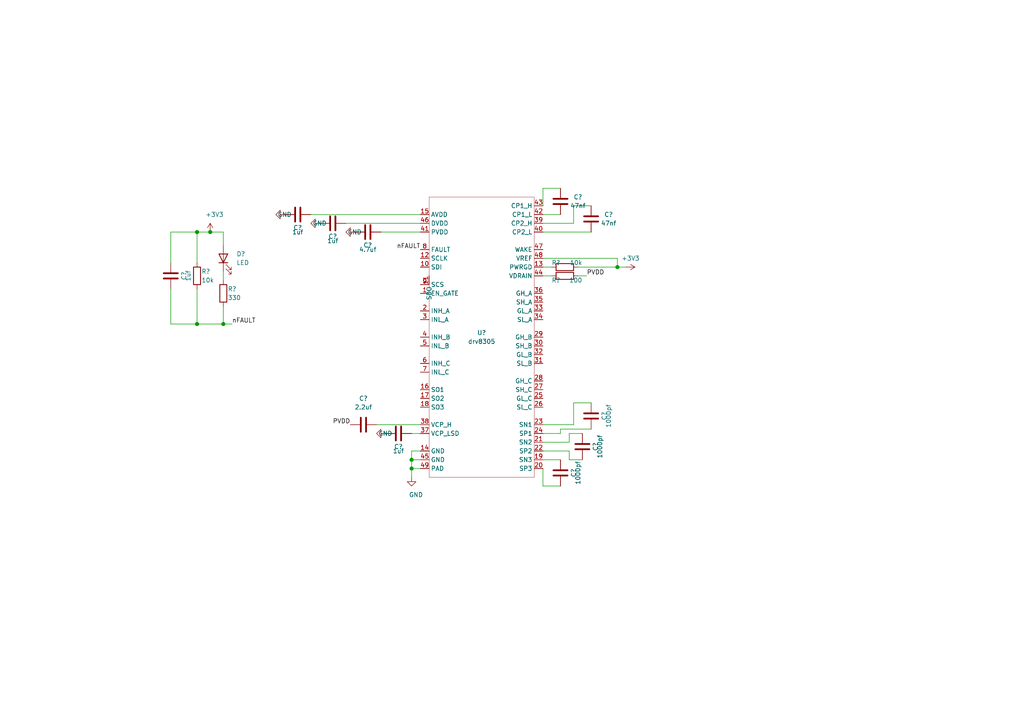
<source format=kicad_sch>
(kicad_sch (version 20201015) (generator eeschema)

  (page 1 1)

  (paper "A4")

  (lib_symbols
    (symbol "Device:C" (pin_numbers hide) (pin_names (offset 0.254)) (in_bom yes) (on_board yes)
      (property "Reference" "C" (id 0) (at 0.635 2.54 0)
        (effects (font (size 1.27 1.27)) (justify left))
      )
      (property "Value" "C" (id 1) (at 0.635 -2.54 0)
        (effects (font (size 1.27 1.27)) (justify left))
      )
      (property "Footprint" "" (id 2) (at 0.9652 -3.81 0)
        (effects (font (size 1.27 1.27)) hide)
      )
      (property "Datasheet" "~" (id 3) (at 0 0 0)
        (effects (font (size 1.27 1.27)) hide)
      )
      (property "ki_keywords" "cap capacitor" (id 4) (at 0 0 0)
        (effects (font (size 1.27 1.27)) hide)
      )
      (property "ki_description" "Unpolarized capacitor" (id 5) (at 0 0 0)
        (effects (font (size 1.27 1.27)) hide)
      )
      (property "ki_fp_filters" "C_*" (id 6) (at 0 0 0)
        (effects (font (size 1.27 1.27)) hide)
      )
      (symbol "C_0_1"
        (polyline
          (pts
            (xy -2.032 -0.762)
            (xy 2.032 -0.762)
          )
          (stroke (width 0.508)) (fill (type none))
        )
        (polyline
          (pts
            (xy -2.032 0.762)
            (xy 2.032 0.762)
          )
          (stroke (width 0.508)) (fill (type none))
        )
      )
      (symbol "C_1_1"
        (pin passive line (at 0 3.81 270) (length 2.794)
          (name "~" (effects (font (size 1.27 1.27))))
          (number "1" (effects (font (size 1.27 1.27))))
        )
        (pin passive line (at 0 -3.81 90) (length 2.794)
          (name "~" (effects (font (size 1.27 1.27))))
          (number "2" (effects (font (size 1.27 1.27))))
        )
      )
    )
    (symbol "Device:LED" (pin_numbers hide) (pin_names (offset 1.016) hide) (in_bom yes) (on_board yes)
      (property "Reference" "D" (id 0) (at 0 2.54 0)
        (effects (font (size 1.27 1.27)))
      )
      (property "Value" "LED" (id 1) (at 0 -2.54 0)
        (effects (font (size 1.27 1.27)))
      )
      (property "Footprint" "" (id 2) (at 0 0 0)
        (effects (font (size 1.27 1.27)) hide)
      )
      (property "Datasheet" "~" (id 3) (at 0 0 0)
        (effects (font (size 1.27 1.27)) hide)
      )
      (property "ki_keywords" "LED diode" (id 4) (at 0 0 0)
        (effects (font (size 1.27 1.27)) hide)
      )
      (property "ki_description" "Light emitting diode" (id 5) (at 0 0 0)
        (effects (font (size 1.27 1.27)) hide)
      )
      (property "ki_fp_filters" "LED* LED_SMD:* LED_THT:*" (id 6) (at 0 0 0)
        (effects (font (size 1.27 1.27)) hide)
      )
      (symbol "LED_0_1"
        (polyline
          (pts
            (xy -1.27 -1.27)
            (xy -1.27 1.27)
          )
          (stroke (width 0.254)) (fill (type none))
        )
        (polyline
          (pts
            (xy -1.27 0)
            (xy 1.27 0)
          )
          (stroke (width 0)) (fill (type none))
        )
        (polyline
          (pts
            (xy 1.27 -1.27)
            (xy 1.27 1.27)
            (xy -1.27 0)
            (xy 1.27 -1.27)
          )
          (stroke (width 0.254)) (fill (type none))
        )
        (polyline
          (pts
            (xy -3.048 -0.762)
            (xy -4.572 -2.286)
            (xy -3.81 -2.286)
            (xy -4.572 -2.286)
            (xy -4.572 -1.524)
          )
          (stroke (width 0)) (fill (type none))
        )
        (polyline
          (pts
            (xy -1.778 -0.762)
            (xy -3.302 -2.286)
            (xy -2.54 -2.286)
            (xy -3.302 -2.286)
            (xy -3.302 -1.524)
          )
          (stroke (width 0)) (fill (type none))
        )
      )
      (symbol "LED_1_1"
        (pin passive line (at -3.81 0 0) (length 2.54)
          (name "K" (effects (font (size 1.27 1.27))))
          (number "1" (effects (font (size 1.27 1.27))))
        )
        (pin passive line (at 3.81 0 180) (length 2.54)
          (name "A" (effects (font (size 1.27 1.27))))
          (number "2" (effects (font (size 1.27 1.27))))
        )
      )
    )
    (symbol "Device:R" (pin_numbers hide) (pin_names (offset 0)) (in_bom yes) (on_board yes)
      (property "Reference" "R" (id 0) (at 2.032 0 90)
        (effects (font (size 1.27 1.27)))
      )
      (property "Value" "R" (id 1) (at 0 0 90)
        (effects (font (size 1.27 1.27)))
      )
      (property "Footprint" "" (id 2) (at -1.778 0 90)
        (effects (font (size 1.27 1.27)) hide)
      )
      (property "Datasheet" "~" (id 3) (at 0 0 0)
        (effects (font (size 1.27 1.27)) hide)
      )
      (property "ki_keywords" "R res resistor" (id 4) (at 0 0 0)
        (effects (font (size 1.27 1.27)) hide)
      )
      (property "ki_description" "Resistor" (id 5) (at 0 0 0)
        (effects (font (size 1.27 1.27)) hide)
      )
      (property "ki_fp_filters" "R_*" (id 6) (at 0 0 0)
        (effects (font (size 1.27 1.27)) hide)
      )
      (symbol "R_0_1"
        (rectangle (start -1.016 -2.54) (end 1.016 2.54)
          (stroke (width 0.254)) (fill (type none))
        )
      )
      (symbol "R_1_1"
        (pin passive line (at 0 3.81 270) (length 1.27)
          (name "~" (effects (font (size 1.27 1.27))))
          (number "1" (effects (font (size 1.27 1.27))))
        )
        (pin passive line (at 0 -3.81 90) (length 1.27)
          (name "~" (effects (font (size 1.27 1.27))))
          (number "2" (effects (font (size 1.27 1.27))))
        )
      )
    )
    (symbol "drv8305:drv8305" (in_bom yes) (on_board yes)
      (property "Reference" "U" (id 0) (at 0 1.27 0)
        (effects (font (size 1.27 1.27)))
      )
      (property "Value" "drv8305" (id 1) (at -2.54 -1.27 0)
        (effects (font (size 1.27 1.27)))
      )
      (property "Footprint" "" (id 2) (at 0 0 0)
        (effects (font (size 1.27 1.27)) hide)
      )
      (property "Datasheet" "" (id 3) (at 0 0 0)
        (effects (font (size 1.27 1.27)) hide)
      )
      (symbol "drv8305_0_1"
        (polyline
          (pts
            (xy 15.24 40.64)
            (xy -15.24 40.64)
            (xy -15.24 -40.64)
            (xy 15.24 -40.64)
            (xy 15.24 40.64)
          )
          (stroke (width 0.0006)) (fill (type none))
        )
      )
      (symbol "drv8305_1_1"
        (pin input line (at 17.78 38.1 180) (length 2.54)
          (name "CP1_H" (effects (font (size 1.27 1.27))))
          (number "43" (effects (font (size 1.27 1.27))))
        )
        (pin input line (at 17.78 35.56 180) (length 2.54)
          (name "CP1_L" (effects (font (size 1.27 1.27))))
          (number "42" (effects (font (size 1.27 1.27))))
        )
        (pin input line (at 17.78 33.02 180) (length 2.54)
          (name "CP2_H" (effects (font (size 1.27 1.27))))
          (number "39" (effects (font (size 1.27 1.27))))
        )
        (pin input line (at 17.78 30.48 180) (length 2.54)
          (name "CP2_L" (effects (font (size 1.27 1.27))))
          (number "40" (effects (font (size 1.27 1.27))))
        )
        (pin input line (at 17.78 25.4 180) (length 2.54)
          (name "WAKE" (effects (font (size 1.27 1.27))))
          (number "47" (effects (font (size 1.27 1.27))))
        )
        (pin input line (at 17.78 22.86 180) (length 2.54)
          (name "VREF" (effects (font (size 1.27 1.27))))
          (number "48" (effects (font (size 1.27 1.27))))
        )
        (pin input line (at 17.78 20.32 180) (length 2.54)
          (name "PWRGD" (effects (font (size 1.27 1.27))))
          (number "13" (effects (font (size 1.27 1.27))))
        )
        (pin input line (at 17.78 17.78 180) (length 2.54)
          (name "VDRAIN" (effects (font (size 1.27 1.27))))
          (number "44" (effects (font (size 1.27 1.27))))
        )
        (pin input line (at 17.78 12.7 180) (length 2.54)
          (name "GH_A" (effects (font (size 1.27 1.27))))
          (number "36" (effects (font (size 1.27 1.27))))
        )
        (pin input line (at 17.78 10.16 180) (length 2.54)
          (name "SH_A" (effects (font (size 1.27 1.27))))
          (number "35" (effects (font (size 1.27 1.27))))
        )
        (pin input line (at 17.78 7.62 180) (length 2.54)
          (name "GL_A" (effects (font (size 1.27 1.27))))
          (number "33" (effects (font (size 1.27 1.27))))
        )
        (pin input line (at 17.78 5.08 180) (length 2.54)
          (name "SL_A" (effects (font (size 1.27 1.27))))
          (number "34" (effects (font (size 1.27 1.27))))
        )
        (pin input line (at 17.78 0 180) (length 2.54)
          (name "GH_B" (effects (font (size 1.27 1.27))))
          (number "29" (effects (font (size 1.27 1.27))))
        )
        (pin input line (at 17.78 -7.62 180) (length 2.54)
          (name "SL_B" (effects (font (size 1.27 1.27))))
          (number "31" (effects (font (size 1.27 1.27))))
        )
        (pin input line (at 17.78 -5.08 180) (length 2.54)
          (name "GL_B" (effects (font (size 1.27 1.27))))
          (number "32" (effects (font (size 1.27 1.27))))
        )
        (pin input line (at 17.78 -2.54 180) (length 2.54)
          (name "SH_B" (effects (font (size 1.27 1.27))))
          (number "30" (effects (font (size 1.27 1.27))))
        )
        (pin input line (at 17.78 -12.7 180) (length 2.54)
          (name "GH_C" (effects (font (size 1.27 1.27))))
          (number "28" (effects (font (size 1.27 1.27))))
        )
        (pin input line (at 17.78 -15.24 180) (length 2.54)
          (name "SH_C" (effects (font (size 1.27 1.27))))
          (number "27" (effects (font (size 1.27 1.27))))
        )
        (pin input line (at 17.78 -17.78 180) (length 2.54)
          (name "GL_C" (effects (font (size 1.27 1.27))))
          (number "25" (effects (font (size 1.27 1.27))))
        )
        (pin input line (at 17.78 -20.32 180) (length 2.54)
          (name "SL_C" (effects (font (size 1.27 1.27))))
          (number "26" (effects (font (size 1.27 1.27))))
        )
        (pin input line (at 17.78 -25.4 180) (length 2.54)
          (name "SN1" (effects (font (size 1.27 1.27))))
          (number "23" (effects (font (size 1.27 1.27))))
        )
        (pin input line (at 17.78 -27.94 180) (length 2.54)
          (name "SP1" (effects (font (size 1.27 1.27))))
          (number "24" (effects (font (size 1.27 1.27))))
        )
        (pin input line (at 17.78 -30.48 180) (length 2.54)
          (name "SN2" (effects (font (size 1.27 1.27))))
          (number "21" (effects (font (size 1.27 1.27))))
        )
        (pin input line (at 17.78 -33.02 180) (length 2.54)
          (name "SP2" (effects (font (size 1.27 1.27))))
          (number "22" (effects (font (size 1.27 1.27))))
        )
        (pin input line (at 17.78 -35.56 180) (length 2.54)
          (name "SN3" (effects (font (size 1.27 1.27))))
          (number "19" (effects (font (size 1.27 1.27))))
        )
        (pin input line (at 17.78 -38.1 180) (length 2.54)
          (name "SP3" (effects (font (size 1.27 1.27))))
          (number "20" (effects (font (size 1.27 1.27))))
        )
        (pin input line (at -17.78 -33.02 0) (length 2.54)
          (name "GND" (effects (font (size 1.27 1.27))))
          (number "14" (effects (font (size 1.27 1.27))))
        )
        (pin input line (at -17.78 -35.56 0) (length 2.54)
          (name "GND" (effects (font (size 1.27 1.27))))
          (number "45" (effects (font (size 1.27 1.27))))
        )
        (pin input line (at -17.78 -38.1 0) (length 2.54)
          (name "PAD" (effects (font (size 1.27 1.27))))
          (number "49" (effects (font (size 1.27 1.27))))
        )
        (pin input line (at -17.78 -27.94 0) (length 2.54)
          (name "VCP_LSD" (effects (font (size 1.27 1.27))))
          (number "37" (effects (font (size 1.27 1.27))))
        )
        (pin input line (at -17.78 -25.4 0) (length 2.54)
          (name "VCP_H" (effects (font (size 1.27 1.27))))
          (number "38" (effects (font (size 1.27 1.27))))
        )
        (pin input line (at -17.78 -20.32 0) (length 2.54)
          (name "SO3" (effects (font (size 1.27 1.27))))
          (number "18" (effects (font (size 1.27 1.27))))
        )
        (pin input line (at -17.78 -17.78 0) (length 2.54)
          (name "SO2" (effects (font (size 1.27 1.27))))
          (number "17" (effects (font (size 1.27 1.27))))
        )
        (pin input line (at -17.78 -15.24 0) (length 2.54)
          (name "SO1" (effects (font (size 1.27 1.27))))
          (number "16" (effects (font (size 1.27 1.27))))
        )
        (pin input line (at -17.78 -7.62 0) (length 2.54)
          (name "INH_C" (effects (font (size 1.27 1.27))))
          (number "6" (effects (font (size 1.27 1.27))))
        )
        (pin input line (at -17.78 -10.16 0) (length 2.54)
          (name "INL_C" (effects (font (size 1.27 1.27))))
          (number "7" (effects (font (size 1.27 1.27))))
        )
        (pin input line (at -17.78 0 0) (length 2.54)
          (name "INH_B" (effects (font (size 1.27 1.27))))
          (number "4" (effects (font (size 1.27 1.27))))
        )
        (pin input line (at -17.78 -2.54 0) (length 2.54)
          (name "INL_B" (effects (font (size 1.27 1.27))))
          (number "5" (effects (font (size 1.27 1.27))))
        )
        (pin input line (at -17.78 5.08 0) (length 2.54)
          (name "INL_A" (effects (font (size 1.27 1.27))))
          (number "3" (effects (font (size 1.27 1.27))))
        )
        (pin input line (at -17.78 7.62 0) (length 2.54)
          (name "INH_A" (effects (font (size 1.27 1.27))))
          (number "2" (effects (font (size 1.27 1.27))))
        )
        (pin input line (at -17.78 12.7 0) (length 2.54)
          (name "EN_GATE" (effects (font (size 1.27 1.27))))
          (number "1" (effects (font (size 1.27 1.27))))
        )
        (pin input line (at -17.78 15.24 0) (length 2.54)
          (name "SCS" (effects (font (size 1.27 1.27))))
          (number "9" (effects (font (size 1.27 1.27))))
        )
        (pin input line (at -15.24 17.78 270) (length 2.54)
          (name "SDO" (effects (font (size 1.27 1.27))))
          (number "11" (effects (font (size 1.27 1.27))))
        )
        (pin input line (at -17.78 20.32 0) (length 2.54)
          (name "SDI" (effects (font (size 1.27 1.27))))
          (number "10" (effects (font (size 1.27 1.27))))
        )
        (pin input line (at -17.78 22.86 0) (length 2.54)
          (name "SCLK" (effects (font (size 1.27 1.27))))
          (number "12" (effects (font (size 1.27 1.27))))
        )
        (pin input line (at -17.78 25.4 0) (length 2.54)
          (name "FAULT" (effects (font (size 1.27 1.27))))
          (number "8" (effects (font (size 1.27 1.27))))
        )
        (pin input line (at -17.78 30.48 0) (length 2.54)
          (name "PVDD" (effects (font (size 1.27 1.27))))
          (number "41" (effects (font (size 1.27 1.27))))
        )
        (pin input line (at -17.78 33.02 0) (length 2.54)
          (name "DVDD" (effects (font (size 1.27 1.27))))
          (number "46" (effects (font (size 1.27 1.27))))
        )
        (pin input line (at -17.78 35.56 0) (length 2.54)
          (name "AVDD" (effects (font (size 1.27 1.27))))
          (number "15" (effects (font (size 1.27 1.27))))
        )
      )
    )
    (symbol "power:+3V3" (power) (pin_names (offset 0)) (in_bom yes) (on_board yes)
      (property "Reference" "#PWR" (id 0) (at 0 -3.81 0)
        (effects (font (size 1.27 1.27)) hide)
      )
      (property "Value" "+3V3" (id 1) (at 0 3.556 0)
        (effects (font (size 1.27 1.27)))
      )
      (property "Footprint" "" (id 2) (at 0 0 0)
        (effects (font (size 1.27 1.27)) hide)
      )
      (property "Datasheet" "" (id 3) (at 0 0 0)
        (effects (font (size 1.27 1.27)) hide)
      )
      (property "ki_keywords" "power-flag" (id 4) (at 0 0 0)
        (effects (font (size 1.27 1.27)) hide)
      )
      (property "ki_description" "Power symbol creates a global label with name \"+3V3\"" (id 5) (at 0 0 0)
        (effects (font (size 1.27 1.27)) hide)
      )
      (symbol "+3V3_0_1"
        (polyline
          (pts
            (xy -0.762 1.27)
            (xy 0 2.54)
          )
          (stroke (width 0)) (fill (type none))
        )
        (polyline
          (pts
            (xy 0 0)
            (xy 0 2.54)
          )
          (stroke (width 0)) (fill (type none))
        )
        (polyline
          (pts
            (xy 0 2.54)
            (xy 0.762 1.27)
          )
          (stroke (width 0)) (fill (type none))
        )
      )
      (symbol "+3V3_1_1"
        (pin power_in line (at 0 0 90) (length 0) hide
          (name "+3V3" (effects (font (size 1.27 1.27))))
          (number "1" (effects (font (size 1.27 1.27))))
        )
      )
    )
    (symbol "power:GND" (power) (pin_names (offset 0)) (in_bom yes) (on_board yes)
      (property "Reference" "#PWR" (id 0) (at 0 -6.35 0)
        (effects (font (size 1.27 1.27)) hide)
      )
      (property "Value" "GND" (id 1) (at 0 -3.81 0)
        (effects (font (size 1.27 1.27)))
      )
      (property "Footprint" "" (id 2) (at 0 0 0)
        (effects (font (size 1.27 1.27)) hide)
      )
      (property "Datasheet" "" (id 3) (at 0 0 0)
        (effects (font (size 1.27 1.27)) hide)
      )
      (property "ki_keywords" "power-flag" (id 4) (at 0 0 0)
        (effects (font (size 1.27 1.27)) hide)
      )
      (property "ki_description" "Power symbol creates a global label with name \"GND\" , ground" (id 5) (at 0 0 0)
        (effects (font (size 1.27 1.27)) hide)
      )
      (symbol "GND_0_1"
        (polyline
          (pts
            (xy 0 0)
            (xy 0 -1.27)
            (xy 1.27 -1.27)
            (xy 0 -2.54)
            (xy -1.27 -1.27)
            (xy 0 -1.27)
          )
          (stroke (width 0)) (fill (type none))
        )
      )
      (symbol "GND_1_1"
        (pin power_in line (at 0 0 270) (length 0) hide
          (name "GND" (effects (font (size 1.27 1.27))))
          (number "1" (effects (font (size 1.27 1.27))))
        )
      )
    )
  )

  (junction (at 57.15 67.31) (diameter 1.016) (color 0 0 0 0))
  (junction (at 57.15 93.98) (diameter 1.016) (color 0 0 0 0))
  (junction (at 60.96 67.31) (diameter 1.016) (color 0 0 0 0))
  (junction (at 64.77 93.98) (diameter 1.016) (color 0 0 0 0))
  (junction (at 119.38 133.35) (diameter 1.016) (color 0 0 0 0))
  (junction (at 119.38 135.89) (diameter 1.016) (color 0 0 0 0))
  (junction (at 179.07 77.47) (diameter 1.016) (color 0 0 0 0))

  (wire (pts (xy 49.53 67.31) (xy 57.15 67.31))
    (stroke (width 0) (type solid) (color 0 0 0 0))
  )
  (wire (pts (xy 49.53 76.2) (xy 49.53 67.31))
    (stroke (width 0) (type solid) (color 0 0 0 0))
  )
  (wire (pts (xy 49.53 83.82) (xy 49.53 93.98))
    (stroke (width 0) (type solid) (color 0 0 0 0))
  )
  (wire (pts (xy 49.53 93.98) (xy 57.15 93.98))
    (stroke (width 0) (type solid) (color 0 0 0 0))
  )
  (wire (pts (xy 57.15 67.31) (xy 60.96 67.31))
    (stroke (width 0) (type solid) (color 0 0 0 0))
  )
  (wire (pts (xy 57.15 76.2) (xy 57.15 67.31))
    (stroke (width 0) (type solid) (color 0 0 0 0))
  )
  (wire (pts (xy 57.15 83.82) (xy 57.15 93.98))
    (stroke (width 0) (type solid) (color 0 0 0 0))
  )
  (wire (pts (xy 57.15 93.98) (xy 64.77 93.98))
    (stroke (width 0) (type solid) (color 0 0 0 0))
  )
  (wire (pts (xy 64.77 67.31) (xy 60.96 67.31))
    (stroke (width 0) (type solid) (color 0 0 0 0))
  )
  (wire (pts (xy 64.77 71.12) (xy 64.77 67.31))
    (stroke (width 0) (type solid) (color 0 0 0 0))
  )
  (wire (pts (xy 64.77 78.74) (xy 64.77 81.28))
    (stroke (width 0) (type solid) (color 0 0 0 0))
  )
  (wire (pts (xy 64.77 88.9) (xy 64.77 93.98))
    (stroke (width 0) (type solid) (color 0 0 0 0))
  )
  (wire (pts (xy 64.77 93.98) (xy 67.31 93.98))
    (stroke (width 0) (type solid) (color 0 0 0 0))
  )
  (wire (pts (xy 90.17 62.23) (xy 121.92 62.23))
    (stroke (width 0) (type solid) (color 0 0 0 0))
  )
  (wire (pts (xy 100.33 64.77) (xy 121.92 64.77))
    (stroke (width 0) (type solid) (color 0 0 0 0))
  )
  (wire (pts (xy 109.22 123.19) (xy 121.92 123.19))
    (stroke (width 0) (type solid) (color 0 0 0 0))
  )
  (wire (pts (xy 110.49 67.31) (xy 121.92 67.31))
    (stroke (width 0) (type solid) (color 0 0 0 0))
  )
  (wire (pts (xy 119.38 125.73) (xy 121.92 125.73))
    (stroke (width 0) (type solid) (color 0 0 0 0))
  )
  (wire (pts (xy 119.38 130.81) (xy 121.92 130.81))
    (stroke (width 0) (type solid) (color 0 0 0 0))
  )
  (wire (pts (xy 119.38 133.35) (xy 119.38 130.81))
    (stroke (width 0) (type solid) (color 0 0 0 0))
  )
  (wire (pts (xy 119.38 133.35) (xy 121.92 133.35))
    (stroke (width 0) (type solid) (color 0 0 0 0))
  )
  (wire (pts (xy 119.38 135.89) (xy 119.38 133.35))
    (stroke (width 0) (type solid) (color 0 0 0 0))
  )
  (wire (pts (xy 119.38 135.89) (xy 119.38 138.43))
    (stroke (width 0) (type solid) (color 0 0 0 0))
  )
  (wire (pts (xy 121.92 135.89) (xy 119.38 135.89))
    (stroke (width 0) (type solid) (color 0 0 0 0))
  )
  (wire (pts (xy 157.48 54.61) (xy 162.56 54.61))
    (stroke (width 0) (type solid) (color 0 0 0 0))
  )
  (wire (pts (xy 157.48 59.69) (xy 157.48 54.61))
    (stroke (width 0) (type solid) (color 0 0 0 0))
  )
  (wire (pts (xy 157.48 62.23) (xy 162.56 62.23))
    (stroke (width 0) (type solid) (color 0 0 0 0))
  )
  (wire (pts (xy 157.48 64.77) (xy 166.37 64.77))
    (stroke (width 0) (type solid) (color 0 0 0 0))
  )
  (wire (pts (xy 157.48 67.31) (xy 171.45 67.31))
    (stroke (width 0) (type solid) (color 0 0 0 0))
  )
  (wire (pts (xy 157.48 74.93) (xy 179.07 74.93))
    (stroke (width 0) (type solid) (color 0 0 0 0))
  )
  (wire (pts (xy 157.48 77.47) (xy 160.02 77.47))
    (stroke (width 0) (type solid) (color 0 0 0 0))
  )
  (wire (pts (xy 157.48 80.01) (xy 160.02 80.01))
    (stroke (width 0) (type solid) (color 0 0 0 0))
  )
  (wire (pts (xy 157.48 123.19) (xy 166.37 123.19))
    (stroke (width 0) (type solid) (color 0 0 0 0))
  )
  (wire (pts (xy 157.48 125.73) (xy 162.56 125.73))
    (stroke (width 0) (type solid) (color 0 0 0 0))
  )
  (wire (pts (xy 157.48 128.27) (xy 165.1 128.27))
    (stroke (width 0) (type solid) (color 0 0 0 0))
  )
  (wire (pts (xy 157.48 130.81) (xy 165.1 130.81))
    (stroke (width 0) (type solid) (color 0 0 0 0))
  )
  (wire (pts (xy 157.48 133.35) (xy 162.56 133.35))
    (stroke (width 0) (type solid) (color 0 0 0 0))
  )
  (wire (pts (xy 157.48 135.89) (xy 157.48 140.97))
    (stroke (width 0) (type solid) (color 0 0 0 0))
  )
  (wire (pts (xy 157.48 140.97) (xy 162.56 140.97))
    (stroke (width 0) (type solid) (color 0 0 0 0))
  )
  (wire (pts (xy 162.56 124.46) (xy 171.45 124.46))
    (stroke (width 0) (type solid) (color 0 0 0 0))
  )
  (wire (pts (xy 162.56 125.73) (xy 162.56 124.46))
    (stroke (width 0) (type solid) (color 0 0 0 0))
  )
  (wire (pts (xy 165.1 125.73) (xy 168.91 125.73))
    (stroke (width 0) (type solid) (color 0 0 0 0))
  )
  (wire (pts (xy 165.1 128.27) (xy 165.1 125.73))
    (stroke (width 0) (type solid) (color 0 0 0 0))
  )
  (wire (pts (xy 165.1 130.81) (xy 165.1 133.35))
    (stroke (width 0) (type solid) (color 0 0 0 0))
  )
  (wire (pts (xy 165.1 133.35) (xy 168.91 133.35))
    (stroke (width 0) (type solid) (color 0 0 0 0))
  )
  (wire (pts (xy 166.37 59.69) (xy 171.45 59.69))
    (stroke (width 0) (type solid) (color 0 0 0 0))
  )
  (wire (pts (xy 166.37 64.77) (xy 166.37 59.69))
    (stroke (width 0) (type solid) (color 0 0 0 0))
  )
  (wire (pts (xy 166.37 116.84) (xy 171.45 116.84))
    (stroke (width 0) (type solid) (color 0 0 0 0))
  )
  (wire (pts (xy 166.37 123.19) (xy 166.37 116.84))
    (stroke (width 0) (type solid) (color 0 0 0 0))
  )
  (wire (pts (xy 167.64 77.47) (xy 179.07 77.47))
    (stroke (width 0) (type solid) (color 0 0 0 0))
  )
  (wire (pts (xy 167.64 80.01) (xy 170.18 80.01))
    (stroke (width 0) (type solid) (color 0 0 0 0))
  )
  (wire (pts (xy 179.07 74.93) (xy 179.07 77.47))
    (stroke (width 0) (type solid) (color 0 0 0 0))
  )
  (wire (pts (xy 179.07 77.47) (xy 181.61 77.47))
    (stroke (width 0) (type solid) (color 0 0 0 0))
  )

  (label "nFAULT" (at 67.31 93.98 0)
    (effects (font (size 1.27 1.27)) (justify left bottom))
  )
  (label "PVDD" (at 101.6 123.19 180)
    (effects (font (size 1.27 1.27)) (justify right bottom))
  )
  (label "nFAULT" (at 121.92 72.39 180)
    (effects (font (size 1.27 1.27)) (justify right bottom))
  )
  (label "PVDD" (at 170.18 80.01 0)
    (effects (font (size 1.27 1.27)) (justify left bottom))
  )

  (symbol (lib_id "power:+3V3") (at 60.96 67.31 0) (unit 1)
    (in_bom yes) (on_board yes)
    (uuid "fb1596f3-bbab-46d0-a85b-a9887b873bb0")
    (property "Reference" "#PWR?" (id 0) (at 60.96 71.12 0)
      (effects (font (size 1.27 1.27)) hide)
    )
    (property "Value" "+3V3" (id 1) (at 62.23 62.23 0))
    (property "Footprint" "" (id 2) (at 60.96 67.31 0)
      (effects (font (size 1.27 1.27)) hide)
    )
    (property "Datasheet" "" (id 3) (at 60.96 67.31 0)
      (effects (font (size 1.27 1.27)) hide)
    )
  )

  (symbol (lib_id "power:+3V3") (at 181.61 77.47 270) (unit 1)
    (in_bom yes) (on_board yes)
    (uuid "ed8db6ab-f134-4717-ba9d-43e71c31de65")
    (property "Reference" "#PWR?" (id 0) (at 177.8 77.47 0)
      (effects (font (size 1.27 1.27)) hide)
    )
    (property "Value" "+3V3" (id 1) (at 182.88 74.93 90))
    (property "Footprint" "" (id 2) (at 181.61 77.47 0)
      (effects (font (size 1.27 1.27)) hide)
    )
    (property "Datasheet" "" (id 3) (at 181.61 77.47 0)
      (effects (font (size 1.27 1.27)) hide)
    )
  )

  (symbol (lib_id "power:GND") (at 82.55 62.23 270) (unit 1)
    (in_bom yes) (on_board yes)
    (uuid "acda196a-1652-4487-807f-da09666b9461")
    (property "Reference" "#PWR?" (id 0) (at 76.2 62.23 0)
      (effects (font (size 1.27 1.27)) hide)
    )
    (property "Value" "GND" (id 1) (at 82.55 62.23 90))
    (property "Footprint" "" (id 2) (at 82.55 62.23 0)
      (effects (font (size 1.27 1.27)) hide)
    )
    (property "Datasheet" "" (id 3) (at 82.55 62.23 0)
      (effects (font (size 1.27 1.27)) hide)
    )
  )

  (symbol (lib_id "power:GND") (at 92.71 64.77 270) (unit 1)
    (in_bom yes) (on_board yes)
    (uuid "41e04a5d-2a8f-4014-aabb-cf63a595fa3a")
    (property "Reference" "#PWR?" (id 0) (at 86.36 64.77 0)
      (effects (font (size 1.27 1.27)) hide)
    )
    (property "Value" "GND" (id 1) (at 92.71 64.77 90))
    (property "Footprint" "" (id 2) (at 92.71 64.77 0)
      (effects (font (size 1.27 1.27)) hide)
    )
    (property "Datasheet" "" (id 3) (at 92.71 64.77 0)
      (effects (font (size 1.27 1.27)) hide)
    )
  )

  (symbol (lib_id "power:GND") (at 102.87 67.31 270) (unit 1)
    (in_bom yes) (on_board yes)
    (uuid "7c44d664-e1d1-40b7-a16f-74db1ef68c45")
    (property "Reference" "#PWR?" (id 0) (at 96.52 67.31 0)
      (effects (font (size 1.27 1.27)) hide)
    )
    (property "Value" "GND" (id 1) (at 102.87 67.31 90))
    (property "Footprint" "" (id 2) (at 102.87 67.31 0)
      (effects (font (size 1.27 1.27)) hide)
    )
    (property "Datasheet" "" (id 3) (at 102.87 67.31 0)
      (effects (font (size 1.27 1.27)) hide)
    )
  )

  (symbol (lib_id "power:GND") (at 111.76 125.73 270) (unit 1)
    (in_bom yes) (on_board yes)
    (uuid "17ed6457-d666-419c-8551-2138270b34fe")
    (property "Reference" "#PWR?" (id 0) (at 105.41 125.73 0)
      (effects (font (size 1.27 1.27)) hide)
    )
    (property "Value" "GND" (id 1) (at 111.76 125.73 90))
    (property "Footprint" "" (id 2) (at 111.76 125.73 0)
      (effects (font (size 1.27 1.27)) hide)
    )
    (property "Datasheet" "" (id 3) (at 111.76 125.73 0)
      (effects (font (size 1.27 1.27)) hide)
    )
  )

  (symbol (lib_id "power:GND") (at 119.38 138.43 0) (unit 1)
    (in_bom yes) (on_board yes)
    (uuid "b78d94f7-3afe-4d74-86c6-88a761c8a0b5")
    (property "Reference" "#PWR?" (id 0) (at 119.38 144.78 0)
      (effects (font (size 1.27 1.27)) hide)
    )
    (property "Value" "GND" (id 1) (at 120.65 143.51 0))
    (property "Footprint" "" (id 2) (at 119.38 138.43 0)
      (effects (font (size 1.27 1.27)) hide)
    )
    (property "Datasheet" "" (id 3) (at 119.38 138.43 0)
      (effects (font (size 1.27 1.27)) hide)
    )
  )

  (symbol (lib_id "Device:R") (at 57.15 80.01 0) (unit 1)
    (in_bom yes) (on_board yes)
    (uuid "f5b49bb5-d6ab-4eba-88b5-9d72b2a40fed")
    (property "Reference" "R?" (id 0) (at 58.42 78.74 0)
      (effects (font (size 1.27 1.27)) (justify left))
    )
    (property "Value" "10k" (id 1) (at 58.42 81.28 0)
      (effects (font (size 1.27 1.27)) (justify left))
    )
    (property "Footprint" "" (id 2) (at 55.372 80.01 90)
      (effects (font (size 1.27 1.27)) hide)
    )
    (property "Datasheet" "~" (id 3) (at 57.15 80.01 0)
      (effects (font (size 1.27 1.27)) hide)
    )
  )

  (symbol (lib_id "Device:R") (at 64.77 85.09 0) (unit 1)
    (in_bom yes) (on_board yes)
    (uuid "101a3fcd-da55-41f2-a897-83d9b76088fb")
    (property "Reference" "R?" (id 0) (at 66.04 83.82 0)
      (effects (font (size 1.27 1.27)) (justify left))
    )
    (property "Value" "330" (id 1) (at 66.04 86.36 0)
      (effects (font (size 1.27 1.27)) (justify left))
    )
    (property "Footprint" "" (id 2) (at 62.992 85.09 90)
      (effects (font (size 1.27 1.27)) hide)
    )
    (property "Datasheet" "~" (id 3) (at 64.77 85.09 0)
      (effects (font (size 1.27 1.27)) hide)
    )
  )

  (symbol (lib_id "Device:R") (at 163.83 77.47 90) (unit 1)
    (in_bom yes) (on_board yes)
    (uuid "b91f0058-7063-4a95-ad6a-1e76a086ef63")
    (property "Reference" "R?" (id 0) (at 162.56 76.2 90)
      (effects (font (size 1.27 1.27)) (justify left))
    )
    (property "Value" "10k" (id 1) (at 168.91 76.2 90)
      (effects (font (size 1.27 1.27)) (justify left))
    )
    (property "Footprint" "" (id 2) (at 163.83 79.248 90)
      (effects (font (size 1.27 1.27)) hide)
    )
    (property "Datasheet" "~" (id 3) (at 163.83 77.47 0)
      (effects (font (size 1.27 1.27)) hide)
    )
  )

  (symbol (lib_id "Device:R") (at 163.83 80.01 90) (unit 1)
    (in_bom yes) (on_board yes)
    (uuid "7e65cd69-6aef-4b50-a584-6928ad3e1253")
    (property "Reference" "R?" (id 0) (at 162.56 81.28 90)
      (effects (font (size 1.27 1.27)) (justify left))
    )
    (property "Value" "100" (id 1) (at 168.91 81.28 90)
      (effects (font (size 1.27 1.27)) (justify left))
    )
    (property "Footprint" "" (id 2) (at 163.83 81.788 90)
      (effects (font (size 1.27 1.27)) hide)
    )
    (property "Datasheet" "~" (id 3) (at 163.83 80.01 0)
      (effects (font (size 1.27 1.27)) hide)
    )
  )

  (symbol (lib_id "Device:LED") (at 64.77 74.93 90) (unit 1)
    (in_bom yes) (on_board yes)
    (uuid "dad064bd-1f6e-4d80-a353-6d58b5d312d2")
    (property "Reference" "D?" (id 0) (at 68.58 73.66 90)
      (effects (font (size 1.27 1.27)) (justify right))
    )
    (property "Value" "LED" (id 1) (at 68.58 76.2 90)
      (effects (font (size 1.27 1.27)) (justify right))
    )
    (property "Footprint" "" (id 2) (at 64.77 74.93 0)
      (effects (font (size 1.27 1.27)) hide)
    )
    (property "Datasheet" "~" (id 3) (at 64.77 74.93 0)
      (effects (font (size 1.27 1.27)) hide)
    )
  )

  (symbol (lib_id "Device:C") (at 49.53 80.01 180) (unit 1)
    (in_bom yes) (on_board yes)
    (uuid "94cd3d34-beb3-4480-8594-1484db4297dd")
    (property "Reference" "C?" (id 0) (at 53.34 80.01 90))
    (property "Value" "1uf" (id 1) (at 54.61 80.01 90))
    (property "Footprint" "" (id 2) (at 48.5648 76.2 0)
      (effects (font (size 1.27 1.27)) hide)
    )
    (property "Datasheet" "~" (id 3) (at 49.53 80.01 0)
      (effects (font (size 1.27 1.27)) hide)
    )
  )

  (symbol (lib_id "Device:C") (at 86.36 62.23 270) (unit 1)
    (in_bom yes) (on_board yes)
    (uuid "87dfc5a8-1b76-4ce3-973d-ebb9ec4482a5")
    (property "Reference" "C?" (id 0) (at 86.36 66.04 90))
    (property "Value" "1uf" (id 1) (at 86.36 67.31 90))
    (property "Footprint" "" (id 2) (at 82.55 63.1952 0)
      (effects (font (size 1.27 1.27)) hide)
    )
    (property "Datasheet" "~" (id 3) (at 86.36 62.23 0)
      (effects (font (size 1.27 1.27)) hide)
    )
  )

  (symbol (lib_id "Device:C") (at 96.52 64.77 90) (unit 1)
    (in_bom yes) (on_board yes)
    (uuid "4fdcba4e-4950-4e59-b45f-6bd8f1e80935")
    (property "Reference" "C?" (id 0) (at 96.52 68.58 90))
    (property "Value" "1uf" (id 1) (at 96.52 69.85 90))
    (property "Footprint" "" (id 2) (at 100.33 63.8048 0)
      (effects (font (size 1.27 1.27)) hide)
    )
    (property "Datasheet" "~" (id 3) (at 96.52 64.77 0)
      (effects (font (size 1.27 1.27)) hide)
    )
  )

  (symbol (lib_id "Device:C") (at 105.41 123.19 90) (unit 1)
    (in_bom yes) (on_board yes)
    (uuid "5b7df9a6-e904-4e88-b301-60adddd05f9b")
    (property "Reference" "C?" (id 0) (at 105.41 115.57 90))
    (property "Value" "2.2uf" (id 1) (at 105.41 118.11 90))
    (property "Footprint" "" (id 2) (at 109.22 122.2248 0)
      (effects (font (size 1.27 1.27)) hide)
    )
    (property "Datasheet" "~" (id 3) (at 105.41 123.19 0)
      (effects (font (size 1.27 1.27)) hide)
    )
  )

  (symbol (lib_id "Device:C") (at 106.68 67.31 90) (unit 1)
    (in_bom yes) (on_board yes)
    (uuid "79ca2595-e66b-457a-b01b-2d231326ea41")
    (property "Reference" "C?" (id 0) (at 106.68 71.12 90))
    (property "Value" "4.7uf" (id 1) (at 106.68 72.39 90))
    (property "Footprint" "" (id 2) (at 110.49 66.3448 0)
      (effects (font (size 1.27 1.27)) hide)
    )
    (property "Datasheet" "~" (id 3) (at 106.68 67.31 0)
      (effects (font (size 1.27 1.27)) hide)
    )
  )

  (symbol (lib_id "Device:C") (at 115.57 125.73 90) (unit 1)
    (in_bom yes) (on_board yes)
    (uuid "91b9d864-c9a5-4a87-8758-b17b126406e3")
    (property "Reference" "C?" (id 0) (at 115.57 129.54 90))
    (property "Value" "1uf" (id 1) (at 115.57 130.81 90))
    (property "Footprint" "" (id 2) (at 119.38 124.7648 0)
      (effects (font (size 1.27 1.27)) hide)
    )
    (property "Datasheet" "~" (id 3) (at 115.57 125.73 0)
      (effects (font (size 1.27 1.27)) hide)
    )
  )

  (symbol (lib_id "Device:C") (at 162.56 58.42 180) (unit 1)
    (in_bom yes) (on_board yes)
    (uuid "6e7d9728-ec54-48c6-962f-562adaaeee4a")
    (property "Reference" "C?" (id 0) (at 167.64 57.15 0))
    (property "Value" "47nf" (id 1) (at 167.64 59.69 0))
    (property "Footprint" "" (id 2) (at 161.5948 54.61 0)
      (effects (font (size 1.27 1.27)) hide)
    )
    (property "Datasheet" "~" (id 3) (at 162.56 58.42 0)
      (effects (font (size 1.27 1.27)) hide)
    )
  )

  (symbol (lib_id "Device:C") (at 162.56 137.16 180) (unit 1)
    (in_bom yes) (on_board yes)
    (uuid "474703af-9ff6-4dd1-b756-d519512ab0b6")
    (property "Reference" "C?" (id 0) (at 166.37 137.16 90))
    (property "Value" "1000pf" (id 1) (at 167.64 137.16 90))
    (property "Footprint" "" (id 2) (at 161.5948 133.35 0)
      (effects (font (size 1.27 1.27)) hide)
    )
    (property "Datasheet" "~" (id 3) (at 162.56 137.16 0)
      (effects (font (size 1.27 1.27)) hide)
    )
  )

  (symbol (lib_id "Device:C") (at 168.91 129.54 180) (unit 1)
    (in_bom yes) (on_board yes)
    (uuid "1b42a898-995a-4d26-bac9-44e6c2224803")
    (property "Reference" "C?" (id 0) (at 172.72 129.54 90))
    (property "Value" "1000pf" (id 1) (at 173.99 129.54 90))
    (property "Footprint" "" (id 2) (at 167.9448 125.73 0)
      (effects (font (size 1.27 1.27)) hide)
    )
    (property "Datasheet" "~" (id 3) (at 168.91 129.54 0)
      (effects (font (size 1.27 1.27)) hide)
    )
  )

  (symbol (lib_id "Device:C") (at 171.45 63.5 180) (unit 1)
    (in_bom yes) (on_board yes)
    (uuid "63286c5a-8bdd-4ea6-ad78-906813af0611")
    (property "Reference" "C?" (id 0) (at 176.53 62.23 0))
    (property "Value" "47nf" (id 1) (at 176.53 64.77 0))
    (property "Footprint" "" (id 2) (at 170.4848 59.69 0)
      (effects (font (size 1.27 1.27)) hide)
    )
    (property "Datasheet" "~" (id 3) (at 171.45 63.5 0)
      (effects (font (size 1.27 1.27)) hide)
    )
  )

  (symbol (lib_id "Device:C") (at 171.45 120.65 180) (unit 1)
    (in_bom yes) (on_board yes)
    (uuid "d7918c2e-568b-4ac3-9aef-dc64d2153012")
    (property "Reference" "C?" (id 0) (at 175.26 120.65 90))
    (property "Value" "1000pf" (id 1) (at 176.53 120.65 90))
    (property "Footprint" "" (id 2) (at 170.4848 116.84 0)
      (effects (font (size 1.27 1.27)) hide)
    )
    (property "Datasheet" "~" (id 3) (at 171.45 120.65 0)
      (effects (font (size 1.27 1.27)) hide)
    )
  )

  (symbol (lib_id "drv8305:drv8305") (at 139.7 97.79 0) (unit 1)
    (in_bom yes) (on_board yes)
    (uuid "5e03df68-27da-4527-83ce-1cf3c7331398")
    (property "Reference" "U?" (id 0) (at 139.7 96.52 0))
    (property "Value" "drv8305" (id 1) (at 139.7 99.06 0))
    (property "Footprint" "" (id 2) (at 139.7 97.79 0)
      (effects (font (size 1.27 1.27)) hide)
    )
    (property "Datasheet" "" (id 3) (at 139.7 97.79 0)
      (effects (font (size 1.27 1.27)) hide)
    )
  )

  (sheet_instances
    (path "/" (page "1"))
  )

  (symbol_instances
    (path "/17ed6457-d666-419c-8551-2138270b34fe"
      (reference "#PWR?") (unit 1) (value "GND") (footprint "")
    )
    (path "/41e04a5d-2a8f-4014-aabb-cf63a595fa3a"
      (reference "#PWR?") (unit 1) (value "GND") (footprint "")
    )
    (path "/7c44d664-e1d1-40b7-a16f-74db1ef68c45"
      (reference "#PWR?") (unit 1) (value "GND") (footprint "")
    )
    (path "/acda196a-1652-4487-807f-da09666b9461"
      (reference "#PWR?") (unit 1) (value "GND") (footprint "")
    )
    (path "/b78d94f7-3afe-4d74-86c6-88a761c8a0b5"
      (reference "#PWR?") (unit 1) (value "GND") (footprint "")
    )
    (path "/ed8db6ab-f134-4717-ba9d-43e71c31de65"
      (reference "#PWR?") (unit 1) (value "+3V3") (footprint "")
    )
    (path "/fb1596f3-bbab-46d0-a85b-a9887b873bb0"
      (reference "#PWR?") (unit 1) (value "+3V3") (footprint "")
    )
    (path "/1b42a898-995a-4d26-bac9-44e6c2224803"
      (reference "C?") (unit 1) (value "1000pf") (footprint "")
    )
    (path "/474703af-9ff6-4dd1-b756-d519512ab0b6"
      (reference "C?") (unit 1) (value "1000pf") (footprint "")
    )
    (path "/4fdcba4e-4950-4e59-b45f-6bd8f1e80935"
      (reference "C?") (unit 1) (value "1uf") (footprint "")
    )
    (path "/5b7df9a6-e904-4e88-b301-60adddd05f9b"
      (reference "C?") (unit 1) (value "2.2uf") (footprint "")
    )
    (path "/63286c5a-8bdd-4ea6-ad78-906813af0611"
      (reference "C?") (unit 1) (value "47nf") (footprint "")
    )
    (path "/6e7d9728-ec54-48c6-962f-562adaaeee4a"
      (reference "C?") (unit 1) (value "47nf") (footprint "")
    )
    (path "/79ca2595-e66b-457a-b01b-2d231326ea41"
      (reference "C?") (unit 1) (value "4.7uf") (footprint "")
    )
    (path "/87dfc5a8-1b76-4ce3-973d-ebb9ec4482a5"
      (reference "C?") (unit 1) (value "1uf") (footprint "")
    )
    (path "/91b9d864-c9a5-4a87-8758-b17b126406e3"
      (reference "C?") (unit 1) (value "1uf") (footprint "")
    )
    (path "/94cd3d34-beb3-4480-8594-1484db4297dd"
      (reference "C?") (unit 1) (value "1uf") (footprint "")
    )
    (path "/d7918c2e-568b-4ac3-9aef-dc64d2153012"
      (reference "C?") (unit 1) (value "1000pf") (footprint "")
    )
    (path "/dad064bd-1f6e-4d80-a353-6d58b5d312d2"
      (reference "D?") (unit 1) (value "LED") (footprint "")
    )
    (path "/101a3fcd-da55-41f2-a897-83d9b76088fb"
      (reference "R?") (unit 1) (value "330") (footprint "")
    )
    (path "/7e65cd69-6aef-4b50-a584-6928ad3e1253"
      (reference "R?") (unit 1) (value "100") (footprint "")
    )
    (path "/b91f0058-7063-4a95-ad6a-1e76a086ef63"
      (reference "R?") (unit 1) (value "10k") (footprint "")
    )
    (path "/f5b49bb5-d6ab-4eba-88b5-9d72b2a40fed"
      (reference "R?") (unit 1) (value "10k") (footprint "")
    )
    (path "/5e03df68-27da-4527-83ce-1cf3c7331398"
      (reference "U?") (unit 1) (value "drv8305") (footprint "")
    )
  )
)

</source>
